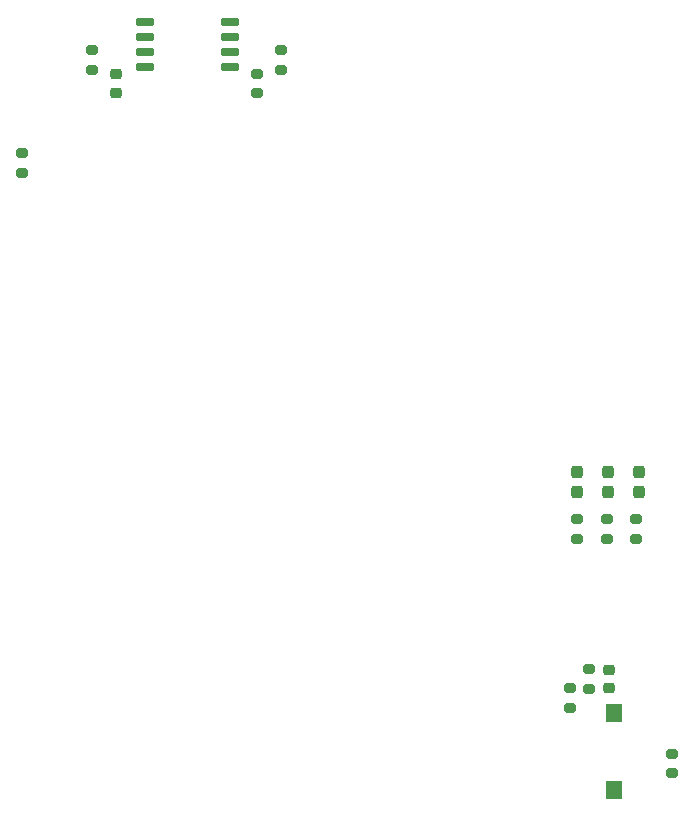
<source format=gbr>
G04 #@! TF.GenerationSoftware,KiCad,Pcbnew,7.0.9-7.0.9~ubuntu22.04.1*
G04 #@! TF.CreationDate,2023-12-12T21:19:08-05:00*
G04 #@! TF.ProjectId,tt03-tester,74743033-2d74-4657-9374-65722e6b6963,rev?*
G04 #@! TF.SameCoordinates,PX41cdb40PY623a7c0*
G04 #@! TF.FileFunction,Paste,Top*
G04 #@! TF.FilePolarity,Positive*
%FSLAX46Y46*%
G04 Gerber Fmt 4.6, Leading zero omitted, Abs format (unit mm)*
G04 Created by KiCad (PCBNEW 7.0.9-7.0.9~ubuntu22.04.1) date 2023-12-12 21:19:08*
%MOMM*%
%LPD*%
G01*
G04 APERTURE LIST*
G04 Aperture macros list*
%AMRoundRect*
0 Rectangle with rounded corners*
0 $1 Rounding radius*
0 $2 $3 $4 $5 $6 $7 $8 $9 X,Y pos of 4 corners*
0 Add a 4 corners polygon primitive as box body*
4,1,4,$2,$3,$4,$5,$6,$7,$8,$9,$2,$3,0*
0 Add four circle primitives for the rounded corners*
1,1,$1+$1,$2,$3*
1,1,$1+$1,$4,$5*
1,1,$1+$1,$6,$7*
1,1,$1+$1,$8,$9*
0 Add four rect primitives between the rounded corners*
20,1,$1+$1,$2,$3,$4,$5,0*
20,1,$1+$1,$4,$5,$6,$7,0*
20,1,$1+$1,$6,$7,$8,$9,0*
20,1,$1+$1,$8,$9,$2,$3,0*%
G04 Aperture macros list end*
%ADD10R,1.400000X1.500000*%
%ADD11RoundRect,0.200000X-0.275000X0.200000X-0.275000X-0.200000X0.275000X-0.200000X0.275000X0.200000X0*%
%ADD12RoundRect,0.225000X0.250000X-0.225000X0.250000X0.225000X-0.250000X0.225000X-0.250000X-0.225000X0*%
%ADD13RoundRect,0.200000X0.275000X-0.200000X0.275000X0.200000X-0.275000X0.200000X-0.275000X-0.200000X0*%
%ADD14RoundRect,0.150000X0.650000X0.150000X-0.650000X0.150000X-0.650000X-0.150000X0.650000X-0.150000X0*%
%ADD15RoundRect,0.237500X0.237500X-0.287500X0.237500X0.287500X-0.237500X0.287500X-0.237500X-0.287500X0*%
G04 APERTURE END LIST*
D10*
G04 #@! TO.C,SW1*
X57100000Y11950000D03*
X57100000Y18450000D03*
G04 #@! TD*
D11*
G04 #@! TO.C,R10*
X55000000Y22125000D03*
X55000000Y20475000D03*
G04 #@! TD*
G04 #@! TO.C,R9*
X53400000Y20525000D03*
X53400000Y18875000D03*
G04 #@! TD*
D12*
G04 #@! TO.C,C2*
X56700000Y20525000D03*
X56700000Y22075000D03*
G04 #@! TD*
D13*
G04 #@! TO.C,R2*
X28917500Y72905000D03*
X28917500Y74555000D03*
G04 #@! TD*
D14*
G04 #@! TO.C,U1*
X24600000Y73095000D03*
X24600000Y74365000D03*
X24600000Y75635000D03*
X24600000Y76905000D03*
X17400000Y76905000D03*
X17400000Y75635000D03*
X17400000Y74365000D03*
X17400000Y73095000D03*
G04 #@! TD*
D15*
G04 #@! TO.C,D1*
X54020000Y37125000D03*
X54020000Y38875000D03*
G04 #@! TD*
D13*
G04 #@! TO.C,R8*
X59000000Y33175000D03*
X59000000Y34825000D03*
G04 #@! TD*
G04 #@! TO.C,R6*
X53980000Y33175000D03*
X53980000Y34825000D03*
G04 #@! TD*
G04 #@! TO.C,R1*
X26917500Y70905000D03*
X26917500Y72555000D03*
G04 #@! TD*
D11*
G04 #@! TO.C,R5*
X62000000Y15000000D03*
X62000000Y13350000D03*
G04 #@! TD*
D13*
G04 #@! TO.C,R7*
X56490000Y33175000D03*
X56490000Y34825000D03*
G04 #@! TD*
D12*
G04 #@! TO.C,C1*
X14917500Y70955000D03*
X14917500Y72505000D03*
G04 #@! TD*
D13*
G04 #@! TO.C,R3*
X12917500Y72905000D03*
X12917500Y74555000D03*
G04 #@! TD*
D15*
G04 #@! TO.C,D2*
X56610000Y37125000D03*
X56610000Y38875000D03*
G04 #@! TD*
G04 #@! TO.C,D3*
X59200000Y37125000D03*
X59200000Y38875000D03*
G04 #@! TD*
D11*
G04 #@! TO.C,R4*
X7000000Y65825000D03*
X7000000Y64175000D03*
G04 #@! TD*
M02*

</source>
